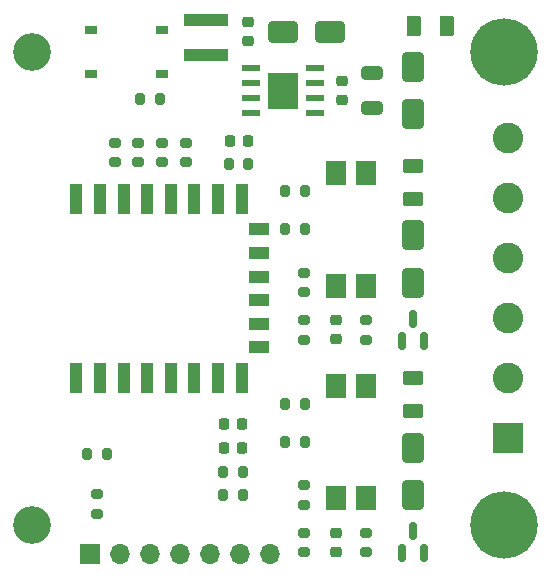
<source format=gbr>
%TF.GenerationSoftware,KiCad,Pcbnew,8.0.4*%
%TF.CreationDate,2024-07-28T20:40:06+02:00*%
%TF.ProjectId,DCWiFiSwitch,44435769-4669-4537-9769-7463682e6b69,rev?*%
%TF.SameCoordinates,Original*%
%TF.FileFunction,Soldermask,Top*%
%TF.FilePolarity,Negative*%
%FSLAX46Y46*%
G04 Gerber Fmt 4.6, Leading zero omitted, Abs format (unit mm)*
G04 Created by KiCad (PCBNEW 8.0.4) date 2024-07-28 20:40:06*
%MOMM*%
%LPD*%
G01*
G04 APERTURE LIST*
G04 Aperture macros list*
%AMRoundRect*
0 Rectangle with rounded corners*
0 $1 Rounding radius*
0 $2 $3 $4 $5 $6 $7 $8 $9 X,Y pos of 4 corners*
0 Add a 4 corners polygon primitive as box body*
4,1,4,$2,$3,$4,$5,$6,$7,$8,$9,$2,$3,0*
0 Add four circle primitives for the rounded corners*
1,1,$1+$1,$2,$3*
1,1,$1+$1,$4,$5*
1,1,$1+$1,$6,$7*
1,1,$1+$1,$8,$9*
0 Add four rect primitives between the rounded corners*
20,1,$1+$1,$2,$3,$4,$5,0*
20,1,$1+$1,$4,$5,$6,$7,0*
20,1,$1+$1,$6,$7,$8,$9,0*
20,1,$1+$1,$8,$9,$2,$3,0*%
G04 Aperture macros list end*
%ADD10RoundRect,0.200000X-0.200000X-0.275000X0.200000X-0.275000X0.200000X0.275000X-0.200000X0.275000X0*%
%ADD11RoundRect,0.200000X-0.275000X0.200000X-0.275000X-0.200000X0.275000X-0.200000X0.275000X0.200000X0*%
%ADD12RoundRect,0.218750X-0.256250X0.218750X-0.256250X-0.218750X0.256250X-0.218750X0.256250X0.218750X0*%
%ADD13RoundRect,0.200000X0.275000X-0.200000X0.275000X0.200000X-0.275000X0.200000X-0.275000X-0.200000X0*%
%ADD14C,5.700000*%
%ADD15R,1.550000X0.600000*%
%ADD16R,2.600000X3.100000*%
%ADD17C,3.200000*%
%ADD18R,3.700000X1.100000*%
%ADD19RoundRect,0.250000X-0.650000X1.000000X-0.650000X-1.000000X0.650000X-1.000000X0.650000X1.000000X0*%
%ADD20R,1.780000X2.000000*%
%ADD21RoundRect,0.250000X-0.625000X0.375000X-0.625000X-0.375000X0.625000X-0.375000X0.625000X0.375000X0*%
%ADD22R,2.600000X2.600000*%
%ADD23C,2.600000*%
%ADD24RoundRect,0.200000X0.200000X0.275000X-0.200000X0.275000X-0.200000X-0.275000X0.200000X-0.275000X0*%
%ADD25R,1.000000X2.500000*%
%ADD26R,1.800000X1.000000*%
%ADD27RoundRect,0.225000X0.250000X-0.225000X0.250000X0.225000X-0.250000X0.225000X-0.250000X-0.225000X0*%
%ADD28RoundRect,0.250000X1.000000X0.650000X-1.000000X0.650000X-1.000000X-0.650000X1.000000X-0.650000X0*%
%ADD29RoundRect,0.250000X0.375000X0.625000X-0.375000X0.625000X-0.375000X-0.625000X0.375000X-0.625000X0*%
%ADD30RoundRect,0.150000X0.150000X-0.587500X0.150000X0.587500X-0.150000X0.587500X-0.150000X-0.587500X0*%
%ADD31R,1.000000X0.750000*%
%ADD32R,1.700000X1.700000*%
%ADD33O,1.700000X1.700000*%
%ADD34RoundRect,0.225000X-0.250000X0.225000X-0.250000X-0.225000X0.250000X-0.225000X0.250000X0.225000X0*%
%ADD35RoundRect,0.225000X-0.225000X-0.250000X0.225000X-0.250000X0.225000X0.250000X-0.225000X0.250000X0*%
%ADD36RoundRect,0.250000X-0.650000X0.325000X-0.650000X-0.325000X0.650000X-0.325000X0.650000X0.325000X0*%
G04 APERTURE END LIST*
D10*
%TO.C,R20*%
X99675000Y-79000000D03*
X101325000Y-79000000D03*
%TD*%
D11*
%TO.C,R19*%
X100500000Y-82425000D03*
X100500000Y-84075000D03*
%TD*%
D12*
%TO.C,D4*%
X120750000Y-67712500D03*
X120750000Y-69287500D03*
%TD*%
D13*
%TO.C,R17*%
X102000000Y-54325000D03*
X102000000Y-52675000D03*
%TD*%
D14*
%TO.C,H3*%
X135000000Y-45000000D03*
%TD*%
%TO.C,H4*%
X135000000Y-85000000D03*
%TD*%
D15*
%TO.C,U1*%
X113550000Y-46345000D03*
X113550000Y-47615000D03*
X113550000Y-48885000D03*
X113550000Y-50155000D03*
X118950000Y-50155000D03*
X118950000Y-48885000D03*
X118950000Y-47615000D03*
X118950000Y-46345000D03*
D16*
X116250000Y-48250000D03*
%TD*%
D13*
%TO.C,R8*%
X123250000Y-69325000D03*
X123250000Y-67675000D03*
%TD*%
D17*
%TO.C,H1*%
X95000000Y-45000000D03*
%TD*%
D18*
%TO.C,L1*%
X109750000Y-42250000D03*
X109750000Y-45250000D03*
%TD*%
D12*
%TO.C,D6*%
X120750000Y-85712500D03*
X120750000Y-87287500D03*
%TD*%
D19*
%TO.C,D5*%
X127250000Y-78500000D03*
X127250000Y-82500000D03*
%TD*%
D20*
%TO.C,U3*%
X120730000Y-82765000D03*
X123270000Y-82765000D03*
X123270000Y-73235000D03*
X120730000Y-73235000D03*
%TD*%
D17*
%TO.C,H2*%
X95000000Y-85000000D03*
%TD*%
D11*
%TO.C,R9*%
X118000000Y-67675000D03*
X118000000Y-69325000D03*
%TD*%
D21*
%TO.C,F3*%
X127250000Y-72600000D03*
X127250000Y-75400000D03*
%TD*%
D22*
%TO.C,J1*%
X135305000Y-77700000D03*
D23*
X135305000Y-72620000D03*
X135305000Y-67540000D03*
X135305000Y-62460000D03*
X135305000Y-57380000D03*
X135305000Y-52300000D03*
%TD*%
D24*
%TO.C,R6*%
X118075000Y-60000000D03*
X116425000Y-60000000D03*
%TD*%
D13*
%TO.C,R10*%
X118000000Y-83325000D03*
X118000000Y-81675000D03*
%TD*%
D25*
%TO.C,U4*%
X98750000Y-72600000D03*
X100750000Y-72600000D03*
X102750000Y-72600000D03*
X104750000Y-72600000D03*
X106750000Y-72600000D03*
X108750000Y-72600000D03*
X110750000Y-72600000D03*
X112750000Y-72600000D03*
D26*
X114250000Y-70000000D03*
X114250000Y-68000000D03*
X114250000Y-66000000D03*
X114250000Y-64000000D03*
X114250000Y-62000000D03*
X114250000Y-60000000D03*
D25*
X112750000Y-57400000D03*
X110750000Y-57400000D03*
X108750000Y-57400000D03*
X106750000Y-57400000D03*
X104750000Y-57400000D03*
X102750000Y-57400000D03*
X100750000Y-57400000D03*
X98750000Y-57400000D03*
%TD*%
D27*
%TO.C,C1*%
X113250000Y-44025000D03*
X113250000Y-42475000D03*
%TD*%
D24*
%TO.C,R7*%
X118075000Y-56750000D03*
X116425000Y-56750000D03*
%TD*%
D28*
%TO.C,D2*%
X120250000Y-43250000D03*
X116250000Y-43250000D03*
%TD*%
D29*
%TO.C,F1*%
X130150000Y-42750000D03*
X127350000Y-42750000D03*
%TD*%
D10*
%TO.C,R1*%
X104175000Y-49000000D03*
X105825000Y-49000000D03*
%TD*%
D11*
%TO.C,R14*%
X118000000Y-85675000D03*
X118000000Y-87325000D03*
%TD*%
D10*
%TO.C,R16*%
X111175000Y-82500000D03*
X112825000Y-82500000D03*
%TD*%
D20*
%TO.C,U2*%
X120730000Y-64765000D03*
X123270000Y-64765000D03*
X123270000Y-55235000D03*
X120730000Y-55235000D03*
%TD*%
D10*
%TO.C,R15*%
X111175000Y-80500000D03*
X112825000Y-80500000D03*
%TD*%
D13*
%TO.C,R3*%
X106000000Y-54325000D03*
X106000000Y-52675000D03*
%TD*%
%TO.C,R5*%
X118000000Y-65325000D03*
X118000000Y-63675000D03*
%TD*%
D30*
%TO.C,Q2*%
X126300000Y-87437500D03*
X128200000Y-87437500D03*
X127250000Y-85562500D03*
%TD*%
D13*
%TO.C,R2*%
X108000000Y-54325000D03*
X108000000Y-52675000D03*
%TD*%
D31*
%TO.C,SW1*%
X106000000Y-46875000D03*
X100000000Y-46875000D03*
X106000000Y-43125000D03*
X100000000Y-43125000D03*
%TD*%
D32*
%TO.C,J2*%
X99880000Y-87500000D03*
D33*
X102420000Y-87500000D03*
X104960000Y-87500000D03*
X107500000Y-87500000D03*
X110040000Y-87500000D03*
X112580000Y-87500000D03*
X115120000Y-87500000D03*
%TD*%
D34*
%TO.C,C3*%
X121250000Y-47475000D03*
X121250000Y-49025000D03*
%TD*%
D35*
%TO.C,C4*%
X111725000Y-52500000D03*
X113275000Y-52500000D03*
%TD*%
D13*
%TO.C,R13*%
X123250000Y-87325000D03*
X123250000Y-85675000D03*
%TD*%
D19*
%TO.C,D3*%
X127250000Y-60500000D03*
X127250000Y-64500000D03*
%TD*%
D30*
%TO.C,Q1*%
X126300000Y-69437500D03*
X128200000Y-69437500D03*
X127250000Y-67562500D03*
%TD*%
D19*
%TO.C,D1*%
X127250000Y-46250000D03*
X127250000Y-50250000D03*
%TD*%
D35*
%TO.C,C6*%
X111225000Y-78500000D03*
X112775000Y-78500000D03*
%TD*%
D36*
%TO.C,C2*%
X123750000Y-46775000D03*
X123750000Y-49725000D03*
%TD*%
D24*
%TO.C,R12*%
X118075000Y-78000000D03*
X116425000Y-78000000D03*
%TD*%
D21*
%TO.C,F2*%
X127250000Y-54600000D03*
X127250000Y-57400000D03*
%TD*%
D24*
%TO.C,R18*%
X113325000Y-54500000D03*
X111675000Y-54500000D03*
%TD*%
%TO.C,R11*%
X118075000Y-74750000D03*
X116425000Y-74750000D03*
%TD*%
D11*
%TO.C,R4*%
X104000000Y-52675000D03*
X104000000Y-54325000D03*
%TD*%
D35*
%TO.C,C5*%
X111225000Y-76500000D03*
X112775000Y-76500000D03*
%TD*%
M02*

</source>
